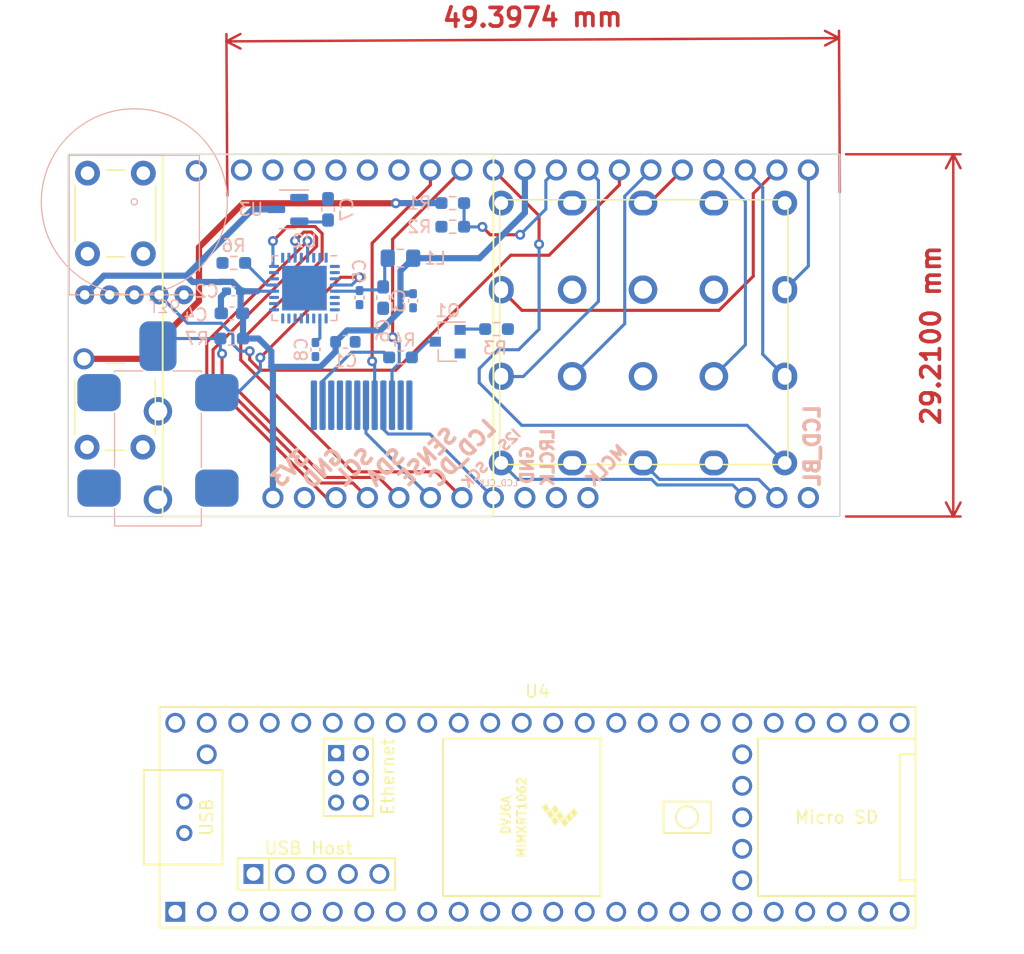
<source format=kicad_pcb>
(kicad_pcb (version 20221018) (generator pcbnew)
  (layers (0 "F.Cu" signal) (31 "B.Cu" signal) (34 "B.Paste" user) (35 "F.Paste" user) (36 "B.SilkS" user "B.Silkscreen") (37 "F.SilkS" user "F.Silkscreen") (38 "B.Mask" user) (39 "F.Mask" user) (44 "Edge.Cuts" user))
  (net 0 "")
  (net 1 "GNDREF")
  (net 2 "VCC")
  (net 3 "/fuck13")
  (net 4 "/vol_pot_measure")
  (net 5 "+3V3")
  (net 6 "/LCD_BL")
  (net 7 "/fuck14")
  (net 8 "/LCD_RST")
  (net 9 "/LCD_DIN")
  (net 10 "/LCD_CLK")
  (net 11 "/LCD_CS")
  (net 12 "/LCD_DC")
  (net 13 "/LCD_BL_CONT")
  (net 14 "/VOLT_MEASURE")
  (net 15 "/fuck12")
  (net 16 "/fuck11")
  (net 17 "/fuck10")
  (net 18 "/fuck9")
  (net 19 "/fuck8")
  (net 20 "/fuck7")
  (net 21 "/fuck6")
  (net 22 "/fuck5")
  (net 23 "/fuck4")
  (net 24 "/fuck3")
  (net 25 "/fuck2")
  (net 26 "Net-(Q1-B)")
  (net 27 "Net-(Q1-C)")
  (net 28 "/fuck1")
  (net 31 "Net-(U2-VDDA)")
  (net 32 "Net-(U2-VAG)")
  (net 35 "/BUTTON_SENSE")
  (net 42 "Net-(U2-SYS_MCLK)")
  (net 44 "/ADCTRL_SCK")
  (net 45 "/ACTRL_SDA")
  (net 46 "/I2S_DATA")
  (net 48 "/I2S_SCLK")
  (net 50 "/I2S_LRCLK")
  (net 51 "/I2S_MCLK")
  (net 52 "/LEFT")
  (net 53 "/RIGHT")
  (net 54 "/AUDIO_GND")
  (net 86 "/+1V8")
  (footprint "custom_footprints:hole" (layer "F.Cu") (at 48.005276 14.7175)
    (fp_text reference "J14" hide)
    (fp_text value "Conn_01x01_Male")
  )
  (footprint "custom_footprints:hole" (layer "F.Cu") (at 37.845276 14.7175)
    (fp_text reference "J31" hide)
    (fp_text value "Conn_01x01_Male")
  )
  (footprint "custom_footprints:hole" (layer "F.Cu") (at 40.385276 14.7175)
    (fp_text reference "J19" hide)
    (fp_text value "Conn_01x01_Male")
  )
  (footprint "custom_footprints:hole" (layer "F.Cu") (at 30.225276 41.1335)
    (fp_text reference "J4" hide)
    (fp_text value "Conn_01x01_Male")
  )
  (footprint "custom_footprints:hole" (layer "F.Cu") (at 35.305276 41.1335 90)
    (fp_text reference "J25" hide)
    (fp_text value "Conn_01x01_Male")
  )
  (footprint "custom_footprints:hole" (layer "F.Cu") (at 30.225276 14.7175)
    (fp_text reference "J1" hide)
    (fp_text value "Conn_01x01_Male")
  )
  (footprint "custom_footprints:hole" (layer "F.Cu") (at 60.705276 14.7175)
    (fp_text reference "J20" hide)
    (fp_text value "Conn_01x01_Male")
  )
  (footprint "custom_footprints:hole" (layer "F.Cu") (at 45.465276 41.1335)
    (fp_text reference "J33" hide)
    (fp_text value "Conn_01x01_Male")
  )
  (footprint "custom_footprints:hole" (layer "F.Cu") (at 53.085276 41.1335)
    (fp_text reference "J34" hide)
    (fp_text value "Conn_01x01_Male")
  )
  (footprint "custom_footprints:hole" (layer "F.Cu") (at 45.465276 14.7175)
    (fp_text reference "J30" hide)
    (fp_text value "Conn_01x01_Male")
  )
  (footprint "custom_footprints:hole" (layer "F.Cu") (at 32.765276 41.1335)
    (fp_text reference "J6" hide)
    (fp_text value "Conn_01x01_Male")
  )
  (footprint "custom_footprints:hole" (layer "F.Cu") (at 42.925276 41.1335)
    (fp_text reference "J27" hide)
    (fp_text value "Conn_01x01_Male")
  )
  (footprint "custom_footprints:hole" (layer "F.Cu") (at 50.544552 14.703)
    (fp_text reference "J5" hide)
    (fp_text value "Conn_01x01_Male")
  )
  (footprint "custom_footprints:hole" (layer "F.Cu") (at 70.865276 41.1335)
    (fp_text reference "J15" hide)
    (fp_text value "Conn_01x01_Male")
  )
  (footprint "custom_footprints:button_array" (layer "F.Cu") (at 48.005276 38.3395)
    (fp_text reference "U1" hide)
    (fp_text value "buttonarray")
  )
  (footprint "custom_footprints:hole" (layer "F.Cu") (at 42.925276 14.7175)
    (fp_text reference "J28" hide)
    (fp_text value "Conn_01x01_Male")
  )
  (footprint "Button_Switch_THT:SW_PUSH_6mm_H5mm" (layer "F.Cu") (at 15.275276 21.4715 90)
    (fp_text reference "SW14" hide)
    (fp_text value "SW_Push")
  )
  (footprint "custom_footprints:hole" (layer "F.Cu") (at 70.865276 14.7175)
    (fp_text reference "J24" hide)
    (fp_text value "Conn_01x01_Male")
  )
  (footprint "custom_footprints:hole" (layer "F.Cu") (at 35.305276 14.7175)
    (fp_text reference "J32" hide)
    (fp_text value "Conn_01x01_Male")
  )
  (footprint "custom_footprints:hole" (layer "F.Cu") (at 53.085276 14.7175)
    (fp_text reference "J10" hide)
    (fp_text value "Conn_01x01_Male")
  )
  (footprint "custom_footprints:hole" (layer "F.Cu") (at 55.625276 14.7175)
    (fp_text reference "J21" hide)
    (fp_text value "Conn_01x01_Male")
  )
  (footprint "custom_footprints:hole" (layer "F.Cu") (at 27.685276 14.7175)
    (fp_text reference "J12" hide)
    (fp_text value "Conn_01x01_Male")
  )
  (footprint "Teensy:Teensy41" (layer "F.Cu") (at 51.561276 66.9145)
    (fp_text reference "U4")
    (fp_text value "Teensy4.1")
  )
  (footprint "custom_footprints:hole" (layer "F.Cu") (at 68.325276 41.1335)
    (fp_text reference "J16" hide)
    (fp_text value "Conn_01x01_Male")
  )
  (footprint "custom_footprints:hole" (layer "F.Cu") (at 63.245276 14.7175)
    (fp_text reference "J22" hide)
    (fp_text value "Conn_01x01_Male")
  )
  (footprint "Button_Switch_THT:SW_PUSH_6mm_H5mm" (layer "F.Cu") (at 19.739276 30.5695 -90)
    (fp_text reference "SW13" hide)
    (fp_text value "SW_Push")
  )
  (footprint "custom_footprints:hole" (layer "F.Cu") (at 50.545276 41.1335)
    (fp_text reference "J9" hide)
    (fp_text value "Conn_01x01_Male")
  )
  (footprint "custom_footprints:hole" (layer "F.Cu") (at 48.005276 41.1335)
    (fp_text reference "J29" hide)
    (fp_text value "Conn_01x01_Male")
  )
  (footprint "custom_footprints:hole" (layer "F.Cu") (at 58.165276 14.7175)
    (fp_text reference "J7" hide)
    (fp_text value "Conn_01x01_Male")
  )
  (footprint "custom_footprints:hole" (layer "F.Cu") (at 55.625276 41.1335)
    (fp_text reference "J35" hide)
    (fp_text value "Conn_01x01_Male")
  )
  (footprint "custom_footprints:hole" (layer "F.Cu") (at 65.785276 14.703)
    (fp_text reference "J17" hide)
    (fp_text value "Conn_01x01_Male")
  )
  (footprint "custom_footprints:hole" (layer "F.Cu") (at 68.324552 14.7175)
    (fp_text reference "J18" hide)
    (fp_text value "Conn_01x01_Male")
  )
  (footprint "custom_footprints:hole" (layer "F.Cu") (at 73.405276 41.1335)
    (fp_text reference "J2" hide)
    (fp_text value "Conn_01x01_Male")
  )
  (footprint "custom_footprints:hole" (layer "F.Cu") (at 40.385276 41.1335)
    (fp_text reference "J11" hide)
    (fp_text value "Conn_01x01_Male")
  )
  (footprint "custom_footprints:hole" (layer "F.Cu") (at 32.765276 14.7175)
    (fp_text reference "J23" hide)
    (fp_text value "Conn_01x01_Male")
  )
  (footprint "custom_footprints:hole" (layer "F.Cu") (at 37.845276 41.1335 90)
    (fp_text reference "J26" hide)
    (fp_text value "Conn_01x01_Male")
  )
  (footprint "custom_footprints:hole" (layer "F.Cu") (at 14.985276 29.943)
    (fp_text reference "J3" hide)
    (fp_text value "Conn_01x01_Male")
  )
  (footprint "custom_footprints:hole" (layer "F.Cu") (at 73.405276 14.7175)
    (fp_text reference "J13" hide)
    (fp_text value "Conn_01x01_Male")
  )
  (footprint "Package_DFN_QFN:QFN-32-1EP_5x5mm_P0.5mm_EP3.6x3.6mm" (layer "B.Cu") (at 32.765276 24.2425 180)
    (fp_text reference "U2")
    (fp_text value "SGTL5000XNAA3")
  )
  (footprint "Resistor_SMD:R_0603_1608Metric_Pad0.98x0.95mm_HandSolder" (layer "B.Cu") (at 48.259276 27.5445 180)
    (fp_text reference "R3")
    (fp_text value "10K")
  )
  (footprint "Capacitor_SMD:C_0603_1608Metric_Pad1.08x0.95mm_HandSolder" (layer "B.Cu") (at 39.115276 25.0045 -90)
    (fp_text reference "C6")
    (fp_text value "2.2µF")
  )
  (footprint "Inductor_SMD:L_0805_2012Metric_Pad1.15x1.40mm_HandSolder" (layer "B.Cu") (at 40.512276 21.8295 180)
    (fp_text reference "L1")
    (fp_text value "ferrite 600")
  )
  (footprint "Capacitor_SMD:C_0603_1608Metric" (layer "B.Cu") (at 36.067276 28.575 180)
    (fp_text reference "C1")
    (fp_text value "C")
  )
  (footprint "Package_TO_SOT_SMD:SOT-23" (layer "B.Cu") (at 44.322276 28.5605 180)
    (fp_text reference "Q1")
    (fp_text value "Q_NPN_BEC")
  )
  (footprint "Package_TO_SOT_SMD:SOT-23" (layer "B.Cu") (at 31.416776 17.8925 180)
    (fp_text reference "U3")
    (fp_text value "~")
  )
  (footprint "Resistor_SMD:R_0603_1608Metric_Pad0.98x0.95mm_HandSolder" (layer "B.Cu") (at 26.899776 28.3065 180)
    (fp_text reference "R7")
    (fp_text value "270R")
  )
  (footprint "Capacitor_SMD:C_0603_1608Metric_Pad1.08x0.95mm_HandSolder" (layer "B.Cu") (at 34.670276 17.8925 90)
    (fp_text reference "C7")
    (fp_text value "2.2µF")
  )
  (footprint "custom_footprints:SMD_CON_1x11_0.7mm" (layer "B.Cu") (at 41.479876 38.2831 180)
    (fp_text reference "J8" hide)
    (fp_text value "Conn_01x12")
  )
  (footprint "Capacitor_SMD:C_0402_1005Metric_Pad0.74x0.62mm_HandSolder" (layer "B.Cu") (at 27.050276 24.4965 180)
    (fp_text reference "C2")
    (fp_text value "0.1µF")
  )
  (footprint "Resistor_SMD:R_0603_1608Metric_Pad0.98x0.95mm_HandSolder" (layer "B.Cu") (at 40.512276 29.8305)
    (fp_text reference "R4")
    (fp_text value "10R")
  )
  (footprint "Capacitor_SMD:C_0603_1608Metric_Pad1.08x0.95mm_HandSolder" (layer "B.Cu") (at 26.923276 26.2745 180)
    (fp_text reference "C4")
    (fp_text value "2.2µF")
  )
  (footprint "Capacitor_SMD:C_0402_1005Metric_Pad0.74x0.62mm_HandSolder" (layer "B.Cu") (at 33.654276 29.1955 90)
    (fp_text reference "C8")
    (fp_text value "0.15µF")
  )
  (footprint "Resistor_SMD:R_0603_1608Metric_Pad0.98x0.95mm_HandSolder" (layer "B.Cu") (at 44.726776 19.2895 180)
    (fp_text reference "R2")
    (fp_text value "R")
  )
  (footprint "Capacitor_SMD:C_0402_1005Metric_Pad0.74x0.62mm_HandSolder" (layer "B.Cu") (at 37.210276 25.0045 -90)
    (fp_text reference "C5")
    (fp_text value "0.1µF")
  )
  (footprint "Resistor_SMD:R_0603_1608Metric_Pad0.98x0.95mm_HandSolder" (layer "B.Cu") (at 27.073776 22.2105)
    (fp_text reference "R6")
    (fp_text value "100R")
  )
  (footprint "custom_footprints:audio_3.5mm_trrs" (layer "B.Cu") (at 20.954276 26.92)
    (fp_text reference "J36")
    (fp_text value "AudioJack4")
  )
  (footprint "Capacitor_SMD:C_0402_1005Metric_Pad0.74x0.62mm_HandSolder" (layer "B.Cu") (at 41.528276 25.2585 -90)
    (fp_text reference "C3")
    (fp_text value "0.1µF")
  )
  (footprint "Resistor_SMD:R_0603_1608Metric_Pad0.98x0.95mm_HandSolder" (layer "B.Cu") (at 44.726776 17.3845)
    (fp_text reference "R1")
    (fp_text value "R")
  )
  (footprint "custom_footprints:thumbwheel_pot" (layer "B.Cu") (at 23.049276 24.7825 180)
    (fp_text reference "R5" hide)
    (fp_text value "~")
  )
  (gr_line (start 48.005276 13.4475) (end 48.005276 42.6575) (stroke (width 0.15)) (layer "F.SilkS"))
  (gr_line (start 21.335276 13.4475) (end 48.005276 13.4475) (stroke (width 0.15)) (layer "F.SilkS"))
  (gr_line (start 48.005276 42.6575) (end 21.335276 42.6575) (stroke (width 0.15)) (layer "F.SilkS"))
  (gr_line (start 21.335276 42.6575) (end 21.335276 13.4475) (stroke (width 0.15)) (layer "F.SilkS"))
  (gr_line (start 13.715276 42.6575) (end 13.715276 13.4475) (stroke (width 0.1)) (layer "Edge.Cuts"))
  (gr_line (start 75.945276 13.4475) (end 75.945276 42.6575) (stroke (width 0.1)) (layer "Edge.Cuts"))
  (gr_line (start 75.945276 13.4475) (end 13.715276 13.4475) (stroke (width 0.1)) (layer "Edge.Cuts"))
  (gr_line (start 13.715276 42.6575) (end 75.945276 42.6575) (stroke (width 0.1)) (layer "Edge.Cuts"))
  (gr_text "GND" (at 51.307276 36.8155 90) (layer "B.SilkS") (effects (font (size 1 1) (thickness 0.25) bold) (justify left bottom mirror)))
  (gr_text "SDA" (at 41.147276 37.8315 45) (layer "B.SilkS") (effects (font (size 1.2 1.2) (thickness 0.3) bold) (justify left bottom mirror)))
  (gr_text "GND" (at 36.194276 37.8315 45) (layer "B.SilkS") (effects (font (size 1.2 1.2) (thickness 0.3) bold) (justify left bottom mirror)))
  (gr_text "LCD_CLK" (at 50.037276 40.2445) (layer "B.SilkS") (effects (font (size 0.5 0.5) (thickness 0.075)) (justify left bottom mirror)))
  (gr_text "LRCLK" (at 52.958276 35.4185 90) (layer "B.SilkS") (effects (font (size 1 1) (thickness 0.25) bold) (justify left bottom mirror)))
  (gr_text "SCL" (at 38.607276 37.8315 45) (layer "B.SilkS") (effects (font (size 1.2 1.2) (thickness 0.3) bold) (justify left bottom mirror)))
  (gr_text "LCD_DC" (at 48.513276 35.5455 45) (layer "B.SilkS") (effects (font (size 1.2 1.2) (thickness 0.3) bold) (justify left bottom mirror)))
  (gr_text "I2S   SCK" (at 50.418276 36.0535 45) (layer "B.SilkS") (effects (font (size 0.8 0.8) (thickness 0.2) bold) (justify left bottom mirror)))
  (gr_text "LCD_BL" (at 74.421276 33.5135 90) (layer "B.SilkS") (effects (font (size 1.2 1.2) (thickness 0.3) bold) (justify left bottom mirror)))
  (gr_text "3V3" (at 33.400276 37.9585 45) (layer "B.SilkS") (effects (font (size 1.2 1.2) (thickness 0.3) bold) (justify left bottom mirror)))
  (gr_text "MCLK" (at 59.054276 37.4505 45) (layer "B.SilkS") (effects (font (size 1 1) (thickness 0.25) bold) (justify left bottom mirror)))
  (gr_text "SENSE" (at 45.338276 36.1805 45) (layer "B.SilkS") (effects (font (size 1.2 1.2) (thickness 0.3) bold) (justify left bottom mirror)))
  (dimension (type aligned) (layer "F.Cu") (pts (xy 75.945276 42.6575) (xy 75.945276 13.4475)) (height 9.144724) (gr_text "29.2100 mm" (at 83.29 28.0525 90) (layer "F.Cu") (effects (font (size 1.5 1.5) (thickness 0.3)))) (format (prefix "") (suffix "") (units 3) (units_format 1) (precision 4)) (style (thickness 0.2) (arrow_length 1.27) (text_position_mode 0) (extension_height 0.58642) (extension_offset 0.5) keep_text_aligned))
  (dimension (type aligned) (layer "F.Cu") (pts (xy 26.549276 17.2825) (xy 75.946 17.018)) (height -12.938879) (gr_text "49.3974 mm" (at 51.168718 2.411582 0.3067933988) (layer "F.Cu") (effects (font (size 1.5 1.5) (thickness 0.3)))) (format (prefix "") (suffix "") (units 3) (units_format 1) (precision 4)) (style (thickness 0.2) (arrow_length 1.27) (text_position_mode 0) (extension_height 0.58642) (extension_offset 0.5) keep_text_aligned))
  (segment (start 26.482776 24.4965) (end 26.034276 24.945) (width 0.5) (layer "B.Cu") (net 1))
  (segment (start 26.034276 24.945) (end 26.034276 26.248) (width 0.5) (layer "B.Cu") (net 1))
  (segment (start 26.034276 26.248) (end 26.060776 26.2745) (width 0.5) (layer "B.Cu") (net 1))
  (segment (start 19.602803 29.943) (end 14.985276 29.943) (width 0.5) (layer "F.Cu") (net 2))
  (segment (start 24.261276 20.950724) (end 24.261276 25.284527) (width 0.5) (layer "F.Cu") (net 2))
  (segment (start 40.132 17.399) (end 27.813 17.399) (width 0.5) (layer "F.Cu") (net 2))
  (segment (start 27.813 17.399) (end 24.261276 20.950724) (width 0.5) (layer "F.Cu") (net 2))
  (segment (start 24.261276 25.284527) (end 19.602803 29.943) (width 0.5) (layer "F.Cu") (net 2))
  (via (at 40.132 17.399) (size 0.8) (drill 0.4) (layers "F.Cu" "B.Cu") (net 2))
  (segment (start 43.814276 17.3845) (end 40.1465 17.3845) (width 0.5) (layer "B.Cu") (net 2))
  (segment (start 40.1465 17.3845) (end 40.132 17.399) (width 0.5) (layer "B.Cu") (net 2))
  (segment (start 28.354965 29.328157) (end 28.354965 30.01527) (width 0.25) (layer "F.Cu") (net 4))
  (segment (start 29.200695 30.861) (end 40.132 30.861) (width 0.25) (layer "F.Cu") (net 4))
  (segment (start 58.165276 15.919581) (end 58.165276 14.7175) (width 0.25) (layer "F.Cu") (net 4))
  (segment (start 52.494857 21.59) (end 58.165276 15.919581) (width 0.25) (layer "F.Cu") (net 4))
  (segment (start 49.403 21.59) (end 52.494857 21.59) (width 0.25) (layer "F.Cu") (net 4))
  (segment (start 28.354965 30.01527) (end 29.200695 30.861) (width 0.25) (layer "F.Cu") (net 4))
  (segment (start 40.132 30.861) (end 49.403 21.59) (width 0.25) (layer "F.Cu") (net 4))
  (via (at 28.354965 29.328157) (size 0.8) (drill 0.4) (layers "F.Cu" "B.Cu") (net 4))
  (segment (start 28.354965 29.328157) (end 27.550938 29.328157) (width 0.25) (layer "B.Cu") (net 4))
  (segment (start 26.999776 28.776995) (end 26.999776 28.015776) (width 0.25) (layer "B.Cu") (net 4))
  (segment (start 26.999776 28.015776) (end 26.0585 27.0745) (width 0.25) (layer "B.Cu") (net 4))
  (segment (start 23.341276 27.0745) (end 21.049276 24.7825) (width 0.25) (layer "B.Cu") (net 4))
  (segment (start 26.0585 27.0745) (end 23.341276 27.0745) (width 0.25) (layer "B.Cu") (net 4))
  (segment (start 27.550938 29.328157) (end 26.999776 28.776995) (width 0.25) (layer "B.Cu") (net 4))
  (segment (start 27.617776 24.4965) (end 27.617776 26.1065) (width 0.5) (layer "B.Cu") (net 5))
  (segment (start 23.241 23.241) (end 23.749 23.749) (width 0.5) (layer "B.Cu") (net 5))
  (segment (start 40.587 24.691) (end 40.513 24.765) (width 0.5) (layer "B.Cu") (net 5))
  (segment (start 27.617776 24.4965) (end 28.955276 24.4965) (width 0.5) (layer "B.Cu") (net 5))
  (segment (start 23.5605 22.9215) (end 28.5895 17.8925) (width 0.5) (layer "B.Cu") (net 5))
  (segment (start 28.959276 24.4925) (end 28.955276 24.4965) (width 0.25) (layer "B.Cu") (net 5))
  (segment (start 35.279776 29.360599) (end 35.279776 28.575) (width 0.5) (layer "B.Cu") (net 5))
  (segment (start 36.204776 27.65) (end 38.898 27.65) (width 0.5) (layer "B.Cu") (net 5))
  (segment (start 27.617776 24.408401) (end 27.617776 24.4965) (width 0.5) (layer "B.Cu") (net 5))
  (segment (start 34.047875 30.5925) (end 35.279776 29.360599) (width 0.5) (layer "B.Cu") (net 5))
  (segment (start 15.049276 24.7825) (end 16.590776 23.241) (width 0.5) (layer "B.Cu") (net 5))
  (segment (start 40.513 24.765) (end 40.513 22.853776) (width 0.5) (layer "B.Cu") (net 5))
  (segment (start 26.945875 23.7365) (end 27.617776 24.408401) (width 0.5) (layer "B.Cu") (net 5))
  (segment (start 41.528276 24.691) (end 40.587 24.691) (width 0.5) (layer "B.Cu") (net 5))
  (segment (start 16.590776 23.241) (end 23.241 23.241) (width 0.5) (layer "B.Cu") (net 5))
  (segment (start 30.225276 30.7195) (end 30.098276 30.5925) (width 0.5) (layer "B.Cu") (net 5))
  (segment (start 40.513 26.035) (end 40.513 24.765) (width 0.5) (layer "B.Cu") (net 5))
  (segment (start 30.098276 29.336276) (end 29.0685 28.3065) (width 0.5) (layer "B.Cu") (net 5))
  (segment (start 23.241 23.241) (end 23.5605 22.9215) (width 0.5) (layer "B.Cu") (net 5))
  (segment (start 27.812276 26.301) (end 27.785776 26.2745) (width 0.5) (layer "B.Cu") (net 5))
  (segment (start 46.8775 21.8295) (end 41.537276 21.8295) (width 0.5) (layer "B.Cu") (net 5))
  (segment (start 28.5895 17.8925) (end 30.479276 17.8925) (width 0.5) (layer "B.Cu") (net 5))
  (segment (start 30.098276 30.5925) (end 34.047875 30.5925) (width 0.5) (layer "B.Cu") (net 5))
  (segment (start 30.315276 24.4925) (end 28.959276 24.4925) (width 0.25) (layer "B.Cu") (net 5))
  (segment (start 30.098276 30.5925) (end 30.098276 29.336276) (width 0.5) (layer "B.Cu") (net 5))
  (segment (start 27.812276 28.3065) (end 27.812276 26.301) (width 0.5) (layer "B.Cu") (net 5))
  (segment (start 26.007177 23.749) (end 26.019677 23.7365) (width 0.5) (layer "B.Cu") (net 5))
  (segment (start 40.513 22.853776) (end 41.537276 21.8295) (width 0.5) (layer "B.Cu") (net 5))
  (segment (start 23.749 23.749) (end 26.007177 23.749) (width 0.5) (layer "B.Cu") (net 5))
  (segment (start 35.279776 28.575) (end 36.204776 27.65) (width 0.5) (layer "B.Cu") (net 5))
  (segment (start 50.544552 14.703) (end 50.544552 18.162448) (width 0.5) (layer "B.Cu") (net 5))
  (segment (start 30.225276 41.1335) (end 30.225276 30.7195) (width 0.5) (layer "B.Cu") (net 5))
  (segment (start 50.544552 18.162448) (end 46.8775 21.8295) (width 0.5) (layer "B.Cu") (net 5))
  (segment (start 29.0685 28.3065) (end 27.812276 28.3065) (width 0.5) (layer "B.Cu") (net 5))
  (segment (start 27.617776 26.1065) (end 27.785776 26.2745) (width 0.5) (layer "B.Cu") (net 5))
  (segment (start 26.019677 23.7365) (end 26.945875 23.7365) (width 0.5) (layer "B.Cu") (net 5))
  (segment (start 38.898 27.65) (end 40.513 26.035) (width 0.5) (layer "B.Cu") (net 5))
  (segment (start 34.229876 31.746704) (end 36.56508 29.4115) (width 0.25) (layer "B.Cu") (net 6))
  (segment (start 36.56508 29.4115) (end 39.180776 29.4115) (width 0.25) (layer "B.Cu") (net 6))
  (segment (start 34.229876 33.6831) (end 34.229876 31.746704) (width 0.25) (layer "B.Cu") (net 6))
  (segment (start 39.180776 29.4115) (end 39.599776 29.8305) (width 0.25) (layer "B.Cu") (net 6))
  (segment (start 39.878 20.304776) (end 45.465276 14.7175) (width 0.25) (layer "F.Cu") (net 9))
  (segment (start 39.878 28.194) (end 39.878 20.304776) (width 0.25) (layer "F.Cu") (net 9))
  (via (at 39.878 28.194) (size 0.8) (drill 0.4) (layers "F.Cu" "B.Cu") (net 9))
  (segment (start 39.829876 30.883395) (end 39.829876 33.6831) (width 0.25) (layer "B.Cu") (net 9))
  (segment (start 39.878 28.194) (end 40.412276 28.728276) (width 0.25) (layer "B.Cu") (net 9))
  (segment (start 40.412276 30.300995) (end 39.829876 30.883395) (width 0.25) (layer "B.Cu") (net 9))
  (segment (start 40.412276 28.728276) (end 40.412276 30.300995) (width 0.25) (layer "B.Cu") (net 9))
  (segment (start 39.129876 35.619496) (end 39.129876 33.6831) (width 0.25) (layer "B.Cu") (net 10))
  (segment (start 42.879876 36.0081) (end 39.51848 36.0081) (width 0.25) (layer "B.Cu") (net 10))
  (segment (start 39.51848 36.0081) (end 39.129876 35.619496) (width 0.25) (layer "B.Cu") (net 10))
  (segment (start 48.005276 41.1335) (end 42.879876 36.0081) (width 0.25) (layer "B.Cu") (net 10))
  (segment (start 42.925276 15.919581) (end 42.925276 14.7175) (width 0.25) (layer "F.Cu") (net 11))
  (segment (start 38.227 30.1365) (end 38.227 20.617857) (width 0.25) (layer "F.Cu") (net 11))
  (segment (start 38.227 20.617857) (end 42.925276 15.919581) (width 0.25) (layer "F.Cu") (net 11))
  (via (at 38.227 30.1365) (size 0.8) (drill 0.4) (layers "F.Cu" "B.Cu") (net 11))
  (segment (start 38.227 30.1365) (end 38.429876 30.339376) (width 0.25) (layer "B.Cu") (net 11))
  (segment (start 38.429876 30.339376) (end 38.429876 33.6831) (width 0.25) (layer "B.Cu") (net 11))
  (segment (start 42.925276 41.1335) (end 37.729876 35.9381) (width 0.25) (layer "B.Cu") (net 12))
  (segment (start 37.729876 35.9381) (end 37.729876 33.6831) (width 0.25) (layer "B.Cu") (net 12))
  (segment (start 47.752 19.939) (end 47.117 19.304) (width 0.25) (layer "F.Cu") (net 14))
  (segment (start 50.165 19.939) (end 47.752 19.939) (width 0.25) (layer "F.Cu") (net 14))
  (via (at 47.117 19.304) (size 0.8) (drill 0.4) (layers "F.Cu" "B.Cu") (net 14))
  (via (at 50.165 19.939) (size 0.8) (drill 0.4) (layers "F.Cu" "B.Cu") (net 14))
  (segment (start 45.639276 17.3845) (end 45.639276 19.2895) (width 0.25) (layer "B.Cu") (net 14))
  (segment (start 52.235276 15.5675) (end 52.235276 17.868724) (width 0.25) (layer "B.Cu") (net 14))
  (segment (start 47.117 19.304) (end 45.653776 19.304) (width 0.25) (layer "B.Cu") (net 14))
  (segment (start 45.653776 19.304) (end 45.639276 19.2895) (width 0.25) (layer "B.Cu") (net 14))
  (segment (start 52.235276 17.868724) (end 50.165 19.939) (width 0.25) (layer "B.Cu") (net 14))
  (segment (start 53.085276 14.7175) (end 52.235276 15.5675) (width 0.25) (layer "B.Cu") (net 14))
  (segment (start 73.405276 14.7175) (end 73.405276 22.4645) (width 0.25) (layer "B.Cu") (net 15))
  (segment (start 73.405276 22.4645) (end 71.500276 24.3695) (width 0.25) (layer "B.Cu") (net 15))
  (segment (start 48.005276 14.7175) (end 51.689 18.401224) (width 0.25) (layer "F.Cu") (net 16))
  (segment (start 51.689 18.401224) (end 51.689 20.701) (width 0.25) (layer "F.Cu") (net 16))
  (via (at 51.689 20.701) (size 0.8) (drill 0.4) (layers "F.Cu" "B.Cu") (net 16))
  (segment (start 51.689 27.559) (end 50.038 29.21) (width 0.25) (layer "B.Cu") (net 16))
  (segment (start 51.689 20.701) (end 51.689 27.559) (width 0.25) (layer "B.Cu") (net 16))
  (segment (start 48.387 29.21) (end 46.863 30.734) (width 0.25) (layer "B.Cu") (net 16))
  (segment (start 46.863 31.877) (end 50.292 35.306) (width 0.25) (layer "B.Cu") (net 16))
  (segment (start 50.038 29.21) (end 48.387 29.21) (width 0.25) (layer "B.Cu") (net 16))
  (segment (start 50.292 35.306) (end 68.466776 35.306) (width 0.25) (layer "B.Cu") (net 16))
  (segment (start 68.466776 35.306) (end 71.500276 38.3395) (width 0.25) (layer "B.Cu") (net 16))
  (segment (start 46.863 30.734) (end 46.863 31.877) (width 0.25) (layer "B.Cu") (net 16))
  (segment (start 61.395276 39.6645) (end 60.070276 38.3395) (width 0.25) (layer "B.Cu") (net 17))
  (segment (start 70.865276 41.1335) (end 69.396276 39.6645) (width 0.25) (layer "B.Cu") (net 17))
  (segment (start 69.396276 39.6645) (end 61.395276 39.6645) (width 0.25) (layer "B.Cu") (net 17))
  (segment (start 67.306276 40.1145) (end 61.20888 40.1145) (width 0.25) (layer "B.Cu") (net 18))
  (segment (start 60.75888 39.6645) (end 49.965276 39.6645) (width 0.25) (layer "B.Cu") (net 18))
  (segment (start 68.325276 41.1335) (end 67.306276 40.1145) (width 0.25) (layer "B.Cu") (net 18))
  (segment (start 61.20888 40.1145) (end 60.75888 39.6645) (width 0.25) (layer "B.Cu") (net 18))
  (segment (start 49.965276 39.6645) (end 48.640276 38.3395) (width 0.25) (layer "B.Cu") (net 18))
  (segment (start 69.723 16.115948) (end 69.723 29.577224) (width 0.25) (layer "B.Cu") (net 19))
  (segment (start 68.324552 14.7175) (end 69.723 16.115948) (width 0.25) (layer "B.Cu") (net 19))
  (segment (start 69.723 29.577224) (end 71.500276 31.3545) (width 0.25) (layer "B.Cu") (net 19))
  (segment (start 65.785276 31.3545) (end 68.326 28.813776) (width 0.25) (layer "B.Cu") (net 20))
  (segment (start 68.326 17.243724) (end 65.785276 14.703) (width 0.25) (layer "B.Cu") (net 20))
  (segment (start 68.326 28.813776) (end 68.326 17.243724) (width 0.25) (layer "B.Cu") (net 20))
  (segment (start 60.705276 14.7175) (end 58.595276 16.8275) (width 0.25) (layer "B.Cu") (net 22))
  (segment (start 58.595276 16.8275) (end 58.595276 27.1145) (width 0.25) (layer "B.Cu") (net 22))
  (segment (start 58.595276 27.1145) (end 54.355276 31.3545) (width 0.25) (layer "B.Cu") (net 22))
  (segment (start 50.419 31.369) (end 48.654776 31.369) (width 0.25) (layer "B.Cu") (net 23))
  (segment (start 56.475276 15.5675) (end 56.475276 25.312724) (width 0.25) (layer "B.Cu") (net 23))
  (segment (start 55.625276 14.7175) (end 56.475276 15.5675) (width 0.25) (layer "B.Cu") (net 23))
  (segment (start 56.475276 25.312724) (end 50.419 31.369) (width 0.25) (layer "B.Cu") (net 23))
  (segment (start 48.654776 31.369) (end 48.640276 31.3545) (width 0.25) (layer "B.Cu") (net 23))
  (segment (start 60.578276 17.3845) (end 60.070276 17.3845) (width 0.25) (layer "F.Cu") (net 24))
  (segment (start 63.245276 14.7175) (end 60.578276 17.3845) (width 0.25) (layer "F.Cu") (net 24))
  (segment (start 47.346776 27.5445) (end 45.388276 27.5445) (width 0.25) (layer "B.Cu") (net 26))
  (segment (start 45.388276 27.5445) (end 45.322276 27.6105) (width 0.25) (layer "B.Cu") (net 26))
  (segment (start 42.694776 28.5605) (end 41.424776 29.8305) (width 0.25) (layer "B.Cu") (net 27))
  (segment (start 43.322276 28.5605) (end 42.694776 28.5605) (width 0.25) (layer "B.Cu") (net 27))
  (segment (start 48.640276 24.3695) (end 50.305776 26.035) (width 0.25) (layer "F.Cu") (net 28))
  (segment (start 68.961 23.279742) (end 68.961 16.621776) (width 0.25) (layer "F.Cu") (net 28))
  (segment (start 66.205742 26.035) (end 68.961 23.279742) (width 0.25) (layer "F.Cu") (net 28))
  (segment (start 68.961 16.621776) (end 70.865276 14.7175) (width 0.25) (layer "F.Cu") (net 28))
  (segment (start 50.305776 26.035) (end 66.205742 26.035) (width 0.25) (layer "F.Cu") (net 28))
  (segment (start 39.243 22.073776) (end 39.243 24.014276) (width 0.25) (layer "B.Cu") (net 31))
  (segment (start 39.115276 24.142) (end 38.873276 24.384) (width 0.25) (layer "B.Cu") (net 31))
  (segment (start 38.873276 24.384) (end 37.263276 24.384) (width 0.25) (layer "B.Cu") (net 31))
  (segment (start 39.243 24.014276) (end 39.115276 24.142) (width 0.25) (layer "B.Cu") (net 31))
  (segment (start 37.263276 24.384) (end 37.210276 24.437) (width 0.25) (layer "B.Cu") (net 31))
  (segment (start 37.210276 24.437) (end 37.154776 24.4925) (width 0.25) (layer "B.Cu") (net 31))
  (segment (start 37.154776 24.4925) (end 35.215276 24.4925) (width 0.25) (layer "B.Cu") (net 31))
  (segment (start 39.487276 21.8295) (end 39.243 22.073776) (width 0.25) (layer "B.Cu") (net 31))
  (segment (start 33.654276 28.628) (end 34.015276 28.267) (width 0.25) (layer "B.Cu") (net 32))
  (segment (start 34.015276 28.267) (end 34.015276 26.6925) (width 0.25) (layer "B.Cu") (net 32))
  (segment (start 26.1245 29.531799) (end 26.1245 31.2045) (width 0.25) (layer "F.Cu") (net 35))
  (segment (start 26.1245 31.2045) (end 34.4285 39.5085) (width 0.25) (layer "F.Cu") (net 35))
  (segment (start 38.760276 39.5085) (end 40.385276 41.1335) (width 0.25) (layer "F.Cu") (net 35))
  (segment (start 34.4285 39.5085) (end 38.760276 39.5085) (width 0.25) (layer "F.Cu") (net 35))
  (via (at 26.1245 29.531799) (size 0.8) (drill 0.4) (layers "F.Cu" "B.Cu") (net 35))
  (segment (start 25.987276 29.394575) (end 25.987276 28.3065) (width 0.25) (layer "B.Cu") (net 35))
  (segment (start 26.1245 29.531799) (end 25.987276 29.394575) (width 0.25) (layer "B.Cu") (net 35))
  (segment (start 25.987276 28.3065) (end 21.567776 28.3065) (width 0.25) (layer "B.Cu") (net 35))
  (segment (start 21.567776 28.3065) (end 20.954276 28.92) (width 0.25) (layer "B.Cu") (net 35))
  (segment (start 29.768276 23.9925) (end 30.315276 23.9925) (width 0.25) (layer "B.Cu") (net 42))
  (segment (start 27.986276 22.2105) (end 29.768276 23.9925) (width 0.25) (layer "B.Cu") (net 42))
  (segment (start 34.5295 41.1335) (end 35.305276 41.1335) (width 0.25) (layer "F.Cu") (net 44))
  (segment (start 33.02 20.447) (end 24.892 28.575) (width 0.25) (layer "F.Cu") (net 44))
  (segment (start 24.892 31.496) (end 34.5295 41.1335) (width 0.25) (layer "F.Cu") (net 44))
  (segment (start 24.892 28.575) (end 24.892 31.496) (width 0.25) (layer "F.Cu") (net 44))
  (via (at 33.02 20.447) (size 0.8) (drill 0.4) (layers "F.Cu" "B.Cu") (net 44))
  (segment (start 33.02 20.447) (end 33.02 21.787776) (width 0.25) (layer "B.Cu") (net 44))
  (segment (start 33.02 21.787776) (end 33.015276 21.7925) (width 0.25) (layer "B.Cu") (net 44))
  (segment (start 33.745 20.865) (end 25.4 29.21) (width 0.25) (layer "F.Cu") (net 45))
  (segment (start 25.4 29.21) (end 25.4 31.242) (width 0.25) (layer "F.Cu") (net 45))
  (segment (start 34.1165 39.9585) (end 36.670276 39.9585) (width 0.25) (layer "F.Cu") (net 45))
  (segment (start 33.320305 19.722) (end 33.745 20.146695) (width 0.25) (layer "F.Cu") (net 45))
  (segment (start 32.720402 19.722) (end 33.320305 19.722) (width 0.25) (layer "F.Cu") (net 45))
  (segment (start 32.008651 20.433751) (end 32.720402 19.722) (width 0.25) (layer "F.Cu") (net 45))
  (segment (start 33.745 20.146695) (end 33.745 20.865) (width 0.25) (layer "F.Cu") (net 45))
  (segment (start 36.670276 39.9585) (end 37.845276 41.1335) (width 0.25) (layer "F.Cu") (net 45))
  (segment (start 25.4 31.242) (end 34.1165 39.9585) (width 0.25) (layer "F.Cu") (net 45))
  (via (at 32.008651 20.433751) (size 0.8) (drill 0.4) (layers "F.Cu" "B.Cu") (net 45))
  (segment (start 32.015276 20.440376) (end 32.015276 21.7925) (width 0.25) (layer "B.Cu") (net 45))
  (segment (start 32.008651 20.433751) (end 32.015276 20.440376) (width 0.25) (layer "B.Cu") (net 45))
  (segment (start 33.623 19.272) (end 31.401 19.272) (width 0.25) (layer "F.Cu") (net 48))
  (segment (start 31.401 19.272) (end 30.226 20.447) (width 0.25) (layer "F.Cu") (net 48))
  (segment (start 27.629965 30.03366) (end 27.629965 28.504035) (width 0.25) (layer "F.Cu") (net 48))
  (segment (start 29.21 26.924) (end 34.195 21.939) (width 0.25) (layer "F.Cu") (net 48))
  (segment (start 34.195 21.939) (end 34.195 19.844) (width 0.25) (layer "F.Cu") (net 48))
  (segment (start 45.465276 41.1335) (end 43.390276 39.0585) (width 0.25) (layer "F.Cu") (net 48))
  (segment (start 43.390276 39.0585) (end 36.654805 39.0585) (width 0.25) (layer "F.Cu") (net 48))
  (segment (start 34.195 19.844) (end 33.623 19.272) (width 0.25) (layer "F.Cu") (net 48))
  (segment (start 36.654805 39.0585) (end 27.629965 30.03366) (width 0.25) (layer "F.Cu") (net 48))
  (segment (start 27.629965 28.504035) (end 29.21 26.924) (width 0.25) (layer "F.Cu") (net 48))
  (via (at 30.226 20.447) (size 0.8) (drill 0.4) (layers "F.Cu" "B.Cu") (net 48))
  (segment (start 30.226 22.403224) (end 30.315276 22.4925) (width 0.25) (layer "B.Cu") (net 48))
  (segment (start 30.226 20.447) (end 30.226 22.403224) (width 0.25) (layer "B.Cu") (net 48))
  (segment (start 35.687 23.368) (end 37.211 23.368) (width 0.25) (layer "F.Cu") (net 54))
  (segment (start 29.21 29.845) (end 35.687 23.368) (width 0.25) (layer "F.Cu") (net 54))
  (via (at 29.21 29.845) (size 0.8) (drill 0.4) (layers "F.Cu" "B.Cu") (net 54))
  (via (at 37.211 23.368) (size 0.8) (drill 0.4) (layers "F.Cu" "B.Cu") (net 54))
  (segment (start 25.704276 32.67) (end 27.410305 32.67) (width 0.25) (layer "B.Cu") (net 54))
  (segment (start 29.21 30.870305) (end 29.21 29.845) (width 0.25) (layer "B.Cu") (net 54))
  (segment (start 37.211 23.368) (end 36.5865 23.9925) (width 0.25) (layer "B.Cu") (net 54))
  (segment (start 27.410305 32.67) (end 29.21 30.870305) (width 0.25) (layer "B.Cu") (net 54))
  (segment (start 36.5865 23.9925) (end 35.215276 23.9925) (width 0.25) (layer "B.Cu") (net 54))
  (segment (start 32.420276 18.9085) (end 32.354276 18.8425) (width 0.25) (layer "B.Cu") (net 86))
  (segment (start 34.670276 18.755) (end 34.516776 18.9085) (width 0.25) (layer "B.Cu") (net 86))
  (segment (start 34.516776 18.9085) (end 32.420276 18.9085) (width 0.25) (layer "B.Cu") (net 86))
)
</source>
